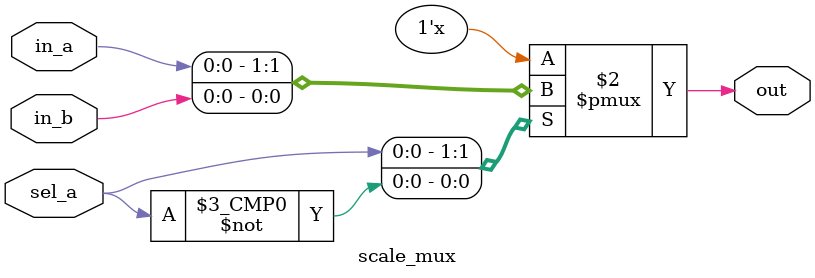
<source format=sv>
module scale_mux #(
    parameter WIDTH = 1
) (
    input logic [WIDTH-1:0] in_a,
    input logic [WIDTH-1:0] in_b,
    input logic sel_a,
    output logic [WIDTH-1:0] out
);

    always_comb begin
        unique case (sel_a)
            1'b1: out = in_a;
            1'b0: out = in_b;
            default: out = '0;
        endcase
    end

endmodule

</source>
